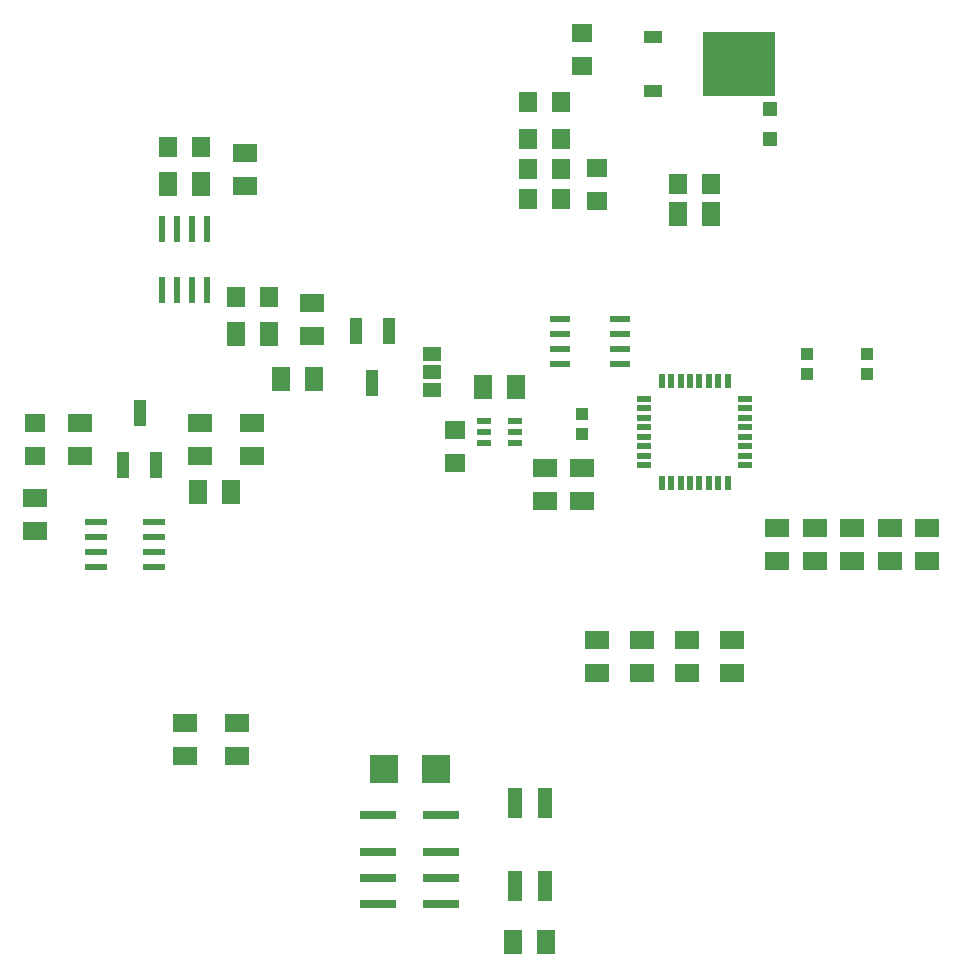
<source format=gbr>
G04 EAGLE Gerber X2 export*
%TF.Part,Single*%
%TF.FileFunction,Paste,Top*%
%TF.FilePolarity,Positive*%
%TF.GenerationSoftware,Autodesk,EAGLE,9.2.0*%
%TF.CreationDate,2018-10-30T14:00:18Z*%
G75*
%MOMM*%
%FSLAX34Y34*%
%LPD*%
%INSolderpaste Top*%
%IPPOS*%
%AMOC8*
5,1,8,0,0,1.08239X$1,22.5*%
G01*
%ADD10R,1.000000X1.100000*%
%ADD11R,1.800000X1.600000*%
%ADD12R,1.600000X1.800000*%
%ADD13R,0.609600X2.209800*%
%ADD14R,1.600000X2.000000*%
%ADD15R,2.000000X1.600000*%
%ADD16R,1.066800X2.184400*%
%ADD17R,1.981200X0.558800*%
%ADD18R,1.270000X0.558800*%
%ADD19R,0.558800X1.270000*%
%ADD20R,1.200000X0.550000*%
%ADD21R,3.100000X0.800000*%
%ADD22R,1.270000X2.540000*%
%ADD23R,1.600000X1.000000*%
%ADD24R,6.200000X5.400000*%
%ADD25R,2.400000X2.400000*%
%ADD26R,1.270000X1.270000*%
%ADD27R,1.720000X0.600000*%
%ADD28R,1.600200X1.168400*%


D10*
X844550Y707000D03*
X844550Y690000D03*
X793750Y707000D03*
X793750Y690000D03*
D11*
X139700Y649000D03*
X139700Y621000D03*
D12*
X280700Y882650D03*
X252700Y882650D03*
X309850Y755650D03*
X337850Y755650D03*
D13*
X247650Y761238D03*
X260350Y761238D03*
X273050Y761238D03*
X285750Y761238D03*
X285750Y813562D03*
X273050Y813562D03*
X260350Y813562D03*
X247650Y813562D03*
D14*
X252700Y850900D03*
X280700Y850900D03*
X309850Y723900D03*
X337850Y723900D03*
X347950Y685800D03*
X375950Y685800D03*
D15*
X374650Y750600D03*
X374650Y722600D03*
D16*
X439450Y726850D03*
X425450Y682850D03*
X411450Y726850D03*
D14*
X712500Y825500D03*
X684500Y825500D03*
D15*
X317500Y877600D03*
X317500Y849600D03*
X177800Y621000D03*
X177800Y649000D03*
D14*
X278100Y590550D03*
X306100Y590550D03*
D15*
X311150Y395000D03*
X311150Y367000D03*
X139700Y557500D03*
X139700Y585500D03*
X323850Y649000D03*
X323850Y621000D03*
X279400Y649000D03*
X279400Y621000D03*
D16*
X214600Y613000D03*
X228600Y657000D03*
X242600Y613000D03*
D17*
X240538Y527050D03*
X240538Y539750D03*
X240538Y552450D03*
X240538Y565150D03*
X191262Y565150D03*
X191262Y552450D03*
X191262Y539750D03*
X191262Y527050D03*
D18*
X741426Y613350D03*
X741426Y621350D03*
X741426Y629350D03*
X741426Y637350D03*
X741426Y645350D03*
X741426Y653350D03*
X741426Y661350D03*
X741426Y669350D03*
D19*
X726500Y684276D03*
X718500Y684276D03*
X710500Y684276D03*
X702500Y684276D03*
X694500Y684276D03*
X686500Y684276D03*
X678500Y684276D03*
X670500Y684276D03*
D18*
X655574Y669350D03*
X655574Y661350D03*
X655574Y653350D03*
X655574Y645350D03*
X655574Y637350D03*
X655574Y629350D03*
X655574Y621350D03*
X655574Y613350D03*
D19*
X670500Y598424D03*
X678500Y598424D03*
X686500Y598424D03*
X694500Y598424D03*
X702500Y598424D03*
X710500Y598424D03*
X718500Y598424D03*
X726500Y598424D03*
D20*
X546401Y631850D03*
X546401Y641350D03*
X546401Y650850D03*
X520399Y650850D03*
X520399Y631850D03*
X520399Y641350D03*
D11*
X495300Y614650D03*
X495300Y642650D03*
D15*
X571500Y582900D03*
X571500Y610900D03*
X603250Y582900D03*
X603250Y610900D03*
X800100Y532100D03*
X800100Y560100D03*
X831850Y532100D03*
X831850Y560100D03*
X863600Y532100D03*
X863600Y560100D03*
X768350Y532100D03*
X768350Y560100D03*
X266700Y367000D03*
X266700Y395000D03*
X895350Y532100D03*
X895350Y560100D03*
D21*
X430700Y317400D03*
X430700Y285400D03*
X430700Y263400D03*
X430700Y241400D03*
X483700Y317400D03*
X483700Y285400D03*
X483700Y263400D03*
X483700Y241400D03*
D22*
X571500Y327100D03*
X546100Y327100D03*
X546100Y257100D03*
X571500Y257100D03*
D15*
X615950Y464850D03*
X615950Y436850D03*
X654050Y436850D03*
X654050Y464850D03*
X692150Y436850D03*
X692150Y464850D03*
D12*
X684500Y850900D03*
X712500Y850900D03*
D11*
X603250Y979200D03*
X603250Y951200D03*
D23*
X663200Y975300D03*
X663200Y929700D03*
D24*
X736200Y952500D03*
D14*
X544800Y209550D03*
X572800Y209550D03*
D12*
X557500Y889000D03*
X585500Y889000D03*
X557500Y863600D03*
X585500Y863600D03*
X557500Y838200D03*
X585500Y838200D03*
D11*
X615950Y864900D03*
X615950Y836900D03*
D25*
X435200Y355600D03*
X479200Y355600D03*
D26*
X762000Y914400D03*
X762000Y889000D03*
D15*
X730250Y436850D03*
X730250Y464850D03*
D12*
X585500Y920750D03*
X557500Y920750D03*
D14*
X547400Y679450D03*
X519400Y679450D03*
D10*
X603250Y639200D03*
X603250Y656200D03*
D27*
X635000Y698500D03*
X635000Y711200D03*
X635000Y723900D03*
X635000Y736600D03*
X584200Y736600D03*
X584200Y723900D03*
X584200Y711200D03*
X584200Y698500D03*
D28*
X476250Y676910D03*
X476250Y692150D03*
X476250Y707390D03*
M02*

</source>
